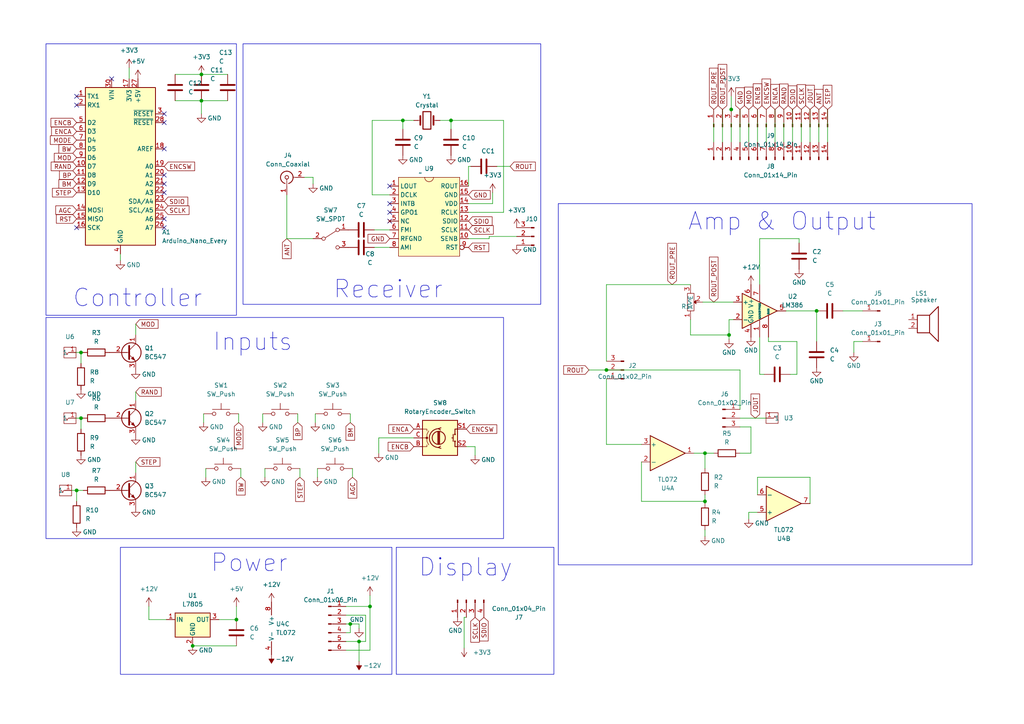
<source format=kicad_sch>
(kicad_sch (version 20230121) (generator eeschema)
  (paper "A4")
  (lib_symbols
    (symbol "Amplifier_Audio:LM386" (pin_names (offset 0.127))
      (property "Reference" "U" (at 1.27 7.62 0))
      (property "Value" "LM386" (at 1.27 5.08 0))
      (symbol "LM386_1_1"
        (pin input line (at 0 -7.62 90) (length 5.08) (name "GAIN") (number "1"))
        (pin input line (at -7.62 -2.54 0) (length 2.54) (name "-") (number "2"))
        (pin input line (at -7.62 2.54 0) (length 2.54) (name "+") (number "3"))
        (pin power_in line (at -2.54 -7.62 90) (length 3.81) (name "GND") (number "4"))
        (pin output line (at 7.62 0 180) (length 2.54) (name "~") (number "5"))
        (pin power_in line (at -2.54 7.62 270) (length 3.81) (name "V+") (number "6"))
        (pin input line (at 0 7.62 270) (length 5.08) (name "BYPASS") (number "7"))
        (pin input line (at 2.54 -7.62 90) (length 6.35) (name "GAIN") (number "8"))
      )
    )
    (symbol "Amplifier_Operational:TL072" (pin_names (offset 0.127))
      (property "Reference" "U" (at 0 5.08 0))
      (property "Value" "TL072" (at 0 -5.08 0))
      (symbol "TL072_1_1"
        (pin output line (at 7.62 0 180) (length 2.54) (name "~") (number "1"))
        (pin input line (at -7.62 -2.54 0) (length 2.54) (name "-") (number "2"))
        (pin input line (at -7.62 2.54 0) (length 2.54) (name "+") (number "3"))
      )
      (symbol "TL072_2_1"
        (pin input line (at -7.62 2.54 0) (length 2.54) (name "+") (number "5"))
        (pin input line (at -7.62 -2.54 0) (length 2.54) (name "-") (number "6"))
        (pin output line (at 7.62 0 180) (length 2.54) (name "~") (number "7"))
      )
      (symbol "TL072_3_1"
        (pin power_in line (at -2.54 -7.62 90) (length 3.81) (name "V-") (number "4"))
        (pin power_in line (at -2.54 7.62 270) (length 3.81) (name "V+") (number "8"))
      )
    )
    (symbol "Connector:Conn_01x01_Pin" (pin_names (offset 1.016) hide)
      (property "Reference" "J" (at 0 2.54 0))
      (property "Value" "Conn_01x01_Pin" (at 0 -2.54 0))
      (symbol "Conn_01x01_Pin_1_1"
        (pin passive line (at 5.08 0 180) (length 3.81) (name "Pin_1") (number "1"))
      )
    )
    (symbol "Connector:Conn_01x03_Pin" (pin_names (offset 1.016) hide)
      (property "Reference" "J" (at 0 5.08 0))
      (property "Value" "Conn_01x03_Pin" (at 0 -5.08 0))
      (symbol "Conn_01x03_Pin_1_1"
        (pin passive line (at 5.08 2.54 180) (length 3.81) (name "Pin_1") (number "1"))
        (pin passive line (at 5.08 0 180) (length 3.81) (name "Pin_2") (number "2"))
        (pin passive line (at 5.08 -2.54 180) (length 3.81) (name "Pin_3") (number "3"))
      )
    )
    (symbol "Connector:Conn_01x04_Pin" (pin_names (offset 1.016) hide)
      (property "Reference" "J" (at 0 5.08 0))
      (property "Value" "Conn_01x04_Pin" (at 0 -7.62 0))
      (symbol "Conn_01x04_Pin_1_1"
        (pin passive line (at 5.08 2.54 180) (length 3.81) (name "Pin_1") (number "1"))
        (pin passive line (at 5.08 0 180) (length 3.81) (name "Pin_2") (number "2"))
        (pin passive line (at 5.08 -2.54 180) (length 3.81) (name "Pin_3") (number "3"))
        (pin passive line (at 5.08 -5.08 180) (length 3.81) (name "Pin_4") (number "4"))
      )
    )
    (symbol "Connector:Conn_01x06_Pin" (pin_names (offset 1.016) hide)
      (property "Reference" "J" (at 0 7.62 0))
      (property "Value" "Conn_01x06_Pin" (at 0 -10.16 0))
      (symbol "Conn_01x06_Pin_1_1"
        (pin passive line (at 5.08 5.08 180) (length 3.81) (name "Pin_1") (number "1"))
        (pin passive line (at 5.08 2.54 180) (length 3.81) (name "Pin_2") (number "2"))
        (pin passive line (at 5.08 0 180) (length 3.81) (name "Pin_3") (number "3"))
        (pin passive line (at 5.08 -2.54 180) (length 3.81) (name "Pin_4") (number "4"))
        (pin passive line (at 5.08 -5.08 180) (length 3.81) (name "Pin_5") (number "5"))
        (pin passive line (at 5.08 -7.62 180) (length 3.81) (name "Pin_6") (number "6"))
      )
    )
    (symbol "Connector:Conn_01x14_Pin" (pin_names (offset 1.016) hide)
      (property "Reference" "J" (at 0 17.78 0))
      (property "Value" "Conn_01x14_Pin" (at 0 -20.32 0))
      (symbol "Conn_01x14_Pin_1_1"
        (pin passive line (at 5.08 15.24 180) (length 3.81) (name "Pin_1") (number "1"))
        (pin passive line (at 5.08 -7.62 180) (length 3.81) (name "Pin_10") (number "10"))
        (pin passive line (at 5.08 -10.16 180) (length 3.81) (name "Pin_11") (number "11"))
        (pin passive line (at 5.08 -12.7 180) (length 3.81) (name "Pin_12") (number "12"))
        (pin passive line (at 5.08 -15.24 180) (length 3.81) (name "Pin_13") (number "13"))
        (pin passive line (at 5.08 -17.78 180) (length 3.81) (name "Pin_14") (number "14"))
        (pin passive line (at 5.08 12.7 180) (length 3.81) (name "Pin_2") (number "2"))
        (pin passive line (at 5.08 10.16 180) (length 3.81) (name "Pin_3") (number "3"))
        (pin passive line (at 5.08 7.62 180) (length 3.81) (name "Pin_4") (number "4"))
        (pin passive line (at 5.08 5.08 180) (length 3.81) (name "Pin_5") (number "5"))
        (pin passive line (at 5.08 2.54 180) (length 3.81) (name "Pin_6") (number "6"))
        (pin passive line (at 5.08 0 180) (length 3.81) (name "Pin_7") (number "7"))
        (pin passive line (at 5.08 -2.54 180) (length 3.81) (name "Pin_8") (number "8"))
        (pin passive line (at 5.08 -5.08 180) (length 3.81) (name "Pin_9") (number "9"))
      )
    )
    (symbol "Connector:Conn_Coaxial" (pin_names (offset 1.016) hide)
      (property "Reference" "J" (at 0.254 3.048 0))
      (property "Value" "Conn_Coaxial" (at 2.921 0 90))
      (symbol "Conn_Coaxial_1_1"
        (pin passive line (at -5.08 0 0) (length 2.54) (name "In") (number "1"))
        (pin passive line (at 0 -5.08 90) (length 2.54) (name "Ext") (number "2"))
      )
    )
    (symbol "Device:C" (pin_numbers hide) (pin_names (offset 0.254))
      (property "Reference" "C" (at 0.635 2.54 0))
      (property "Value" "C" (at 0.635 -2.54 0))
      (symbol "C_1_1"
        (pin passive line (at 0 3.81 270) (length 2.794) (name "~") (number "1"))
        (pin passive line (at 0 -3.81 90) (length 2.794) (name "~") (number "2"))
      )
    )
    (symbol "Device:Crystal" (pin_numbers hide) (pin_names (offset 1.016) hide)
      (property "Reference" "Y" (at 0 3.81 0))
      (property "Value" "Crystal" (at 0 -3.81 0))
      (symbol "Crystal_1_1"
        (pin passive line (at -3.81 0 0) (length 1.27) (name "1") (number "1"))
        (pin passive line (at 3.81 0 180) (length 1.27) (name "2") (number "2"))
      )
    )
    (symbol "Device:R" (pin_numbers hide) (pin_names (offset 0))
      (property "Reference" "R" (at 2.032 0 90))
      (property "Value" "R" (at 0 0 90))
      (symbol "R_1_1"
        (pin passive line (at 0 3.81 270) (length 1.27) (name "~") (number "1"))
        (pin passive line (at 0 -3.81 90) (length 1.27) (name "~") (number "2"))
      )
    )
    (symbol "Device:RotaryEncoder_Switch" (pin_names (offset 0.254) hide)
      (property "Reference" "SW" (at 0 6.604 0))
      (property "Value" "RotaryEncoder_Switch" (at 0 -6.604 0))
      (symbol "RotaryEncoder_Switch_1_1"
        (pin passive line (at -7.62 2.54 0) (length 2.54) (name "A") (number "A"))
        (pin passive line (at -7.62 -2.54 0) (length 2.54) (name "B") (number "B"))
        (pin passive line (at -7.62 0 0) (length 2.54) (name "C") (number "C"))
        (pin passive line (at 7.62 2.54 180) (length 2.54) (name "S1") (number "S1"))
        (pin passive line (at 7.62 -2.54 180) (length 2.54) (name "S2") (number "S2"))
      )
    )
    (symbol "Device:Speaker" (pin_names (offset 0) hide)
      (property "Reference" "LS" (at 1.27 5.715 0))
      (property "Value" "Speaker" (at 1.27 3.81 0))
      (symbol "Speaker_1_1"
        (pin input line (at -5.08 0 0) (length 2.54) (name "1") (number "1"))
        (pin input line (at -5.08 -2.54 0) (length 2.54) (name "2") (number "2"))
      )
    )
    (symbol "HEJ:AlpsPot"
      (property "Reference" "R" (at -2.794 1.27 0))
      (symbol "AlpsPot_1_1"
        (pin passive line (at 0 -5.08 90) (length 2.54) (name "A") (number "1"))
        (pin passive line (at 3.556 0 180) (length 2.54) (name "S") (number "2"))
        (pin passive line (at 0 5.08 270) (length 2.54) (name "E") (number "3"))
      )
    )
    (symbol "HEJ:Aux_flush"
      (property "Reference" "U" (at -0.0508 5.3848 0))
      (symbol "Aux_flush_1_1"
        (pin bidirectional line (at 1.7272 0 180) (length 2) (name "1") (number "1"))
      )
    )
    (symbol "HEJ:SI4732"
      (property "Reference" "U" (at 0 6.35 0))
      (symbol "SI4732_1_1"
        (pin input line (at -11.43 1.27 0) (length 2.54) (name "LOUT") (number "1"))
        (pin input line (at 11.43 -13.97 180) (length 2.54) (name "SENB") (number "10"))
        (pin input line (at 11.43 -11.43 180) (length 2.54) (name "SCLK") (number "11"))
        (pin input line (at 11.43 -8.89 180) (length 2.54) (name "SDIO") (number "12"))
        (pin input line (at 11.43 -6.35 180) (length 2.54) (name "RCLK") (number "13"))
        (pin input line (at 11.43 -3.81 180) (length 2.54) (name "VDD") (number "14"))
        (pin input line (at 11.43 -1.27 180) (length 2.54) (name "GND") (number "15"))
        (pin input line (at 11.43 1.27 180) (length 2.54) (name "ROUT") (number "16"))
        (pin input line (at -11.43 -1.27 0) (length 2.54) (name "DCLK") (number "2"))
        (pin input line (at -11.43 -3.81 0) (length 2.54) (name "INTB") (number "3"))
        (pin input line (at -11.43 -6.35 0) (length 2.54) (name "GPO1") (number "4"))
        (pin no_connect line (at -11.43 -8.89 0) (length 2.54) (name "NC") (number "5"))
        (pin input line (at -11.43 -11.43 0) (length 2.54) (name "FMI") (number "6"))
        (pin input line (at -11.43 -13.97 0) (length 2.54) (name "RFGND") (number "7"))
        (pin input line (at -11.43 -16.51 0) (length 2.54) (name "AMI") (number "8"))
        (pin input inverted (at 11.43 -16.51 180) (length 2.54) (name "RST") (number "9"))
      )
    )
    (symbol "MCU_Module:Arduino_Nano_Every"
      (property "Reference" "A" (at -10.16 23.495 0))
      (property "Value" "Arduino_Nano_Every" (at 5.08 -24.13 0))
      (symbol "Arduino_Nano_Every_1_1"
        (pin bidirectional line (at -12.7 20.32 0) (length 2.54) (name "TX1") (number "1"))
        (pin bidirectional line (at -12.7 0 0) (length 2.54) (name "D7") (number "10"))
        (pin bidirectional line (at -12.7 -2.54 0) (length 2.54) (name "D8") (number "11"))
        (pin bidirectional line (at -12.7 -5.08 0) (length 2.54) (name "D9") (number "12"))
        (pin bidirectional line (at -12.7 -7.62 0) (length 2.54) (name "D10") (number "13"))
        (pin bidirectional line (at -12.7 -12.7 0) (length 2.54) (name "MOSI") (number "14"))
        (pin bidirectional line (at -12.7 -15.24 0) (length 2.54) (name "MISO") (number "15"))
        (pin bidirectional line (at -12.7 -17.78 0) (length 2.54) (name "SCK") (number "16"))
        (pin power_out line (at 2.54 25.4 270) (length 2.54) (name "3V3") (number "17"))
        (pin input line (at 12.7 5.08 180) (length 2.54) (name "AREF") (number "18"))
        (pin bidirectional line (at 12.7 0 180) (length 2.54) (name "A0") (number "19"))
        (pin bidirectional line (at -12.7 17.78 0) (length 2.54) (name "RX1") (number "2"))
        (pin bidirectional line (at 12.7 -2.54 180) (length 2.54) (name "A1") (number "20"))
        (pin bidirectional line (at 12.7 -5.08 180) (length 2.54) (name "A2") (number "21"))
        (pin bidirectional line (at 12.7 -7.62 180) (length 2.54) (name "A3") (number "22"))
        (pin bidirectional line (at 12.7 -10.16 180) (length 2.54) (name "SDA/A4") (number "23"))
        (pin bidirectional line (at 12.7 -12.7 180) (length 2.54) (name "SCL/A5") (number "24"))
        (pin bidirectional line (at 12.7 -15.24 180) (length 2.54) (name "A6") (number "25"))
        (pin bidirectional line (at 12.7 -17.78 180) (length 2.54) (name "A7") (number "26"))
        (pin power_out line (at 5.08 25.4 270) (length 2.54) (name "+5V") (number "27"))
        (pin input line (at 12.7 12.7 180) (length 2.54) (name "~{RESET}") (number "28"))
        (pin passive line (at 0 -25.4 90) (length 2.54) hide (name "GND") (number "29"))
        (pin input line (at 12.7 15.24 180) (length 2.54) (name "~{RESET}") (number "3"))
        (pin power_in line (at -2.54 25.4 270) (length 2.54) (name "VIN") (number "30"))
        (pin power_in line (at 0 -25.4 90) (length 2.54) (name "GND") (number "4"))
        (pin bidirectional line (at -12.7 12.7 0) (length 2.54) (name "D2") (number "5"))
        (pin bidirectional line (at -12.7 10.16 0) (length 2.54) (name "D3") (number "6"))
        (pin bidirectional line (at -12.7 7.62 0) (length 2.54) (name "D4") (number "7"))
        (pin bidirectional line (at -12.7 5.08 0) (length 2.54) (name "D5") (number "8"))
        (pin bidirectional line (at -12.7 2.54 0) (length 2.54) (name "D6") (number "9"))
      )
    )
    (symbol "Regulator_Linear:L7805" (pin_names (offset 0.254))
      (property "Reference" "U" (at -3.81 3.175 0))
      (property "Value" "L7805" (at 0 3.175 0))
      (symbol "L7805_1_1"
        (pin power_in line (at -7.62 0 0) (length 2.54) (name "IN") (number "1"))
        (pin power_in line (at 0 -7.62 90) (length 2.54) (name "GND") (number "2"))
        (pin power_out line (at 7.62 0 180) (length 2.54) (name "OUT") (number "3"))
      )
    )
    (symbol "Switch:SW_Push" (pin_numbers hide) (pin_names (offset 1.016) hide)
      (property "Reference" "SW" (at 1.27 2.54 0))
      (property "Value" "SW_Push" (at 0 -1.524 0))
      (symbol "SW_Push_0_1"
        (pin passive line (at -5.08 0 0) (length 2.54) (name "1") (number "1"))
        (pin passive line (at 5.08 0 180) (length 2.54) (name "2") (number "2"))
      )
    )
    (symbol "Switch:SW_SPDT" (pin_names (offset 0) hide)
      (property "Reference" "SW" (at 0 4.318 0))
      (property "Value" "SW_SPDT" (at 0 -5.08 0))
      (symbol "SW_SPDT_1_1"
        (pin passive line (at 5.08 2.54 180) (length 2.54) (name "A") (number "1"))
        (pin passive line (at -5.08 0 0) (length 2.54) (name "B") (number "2"))
        (pin passive line (at 5.08 -2.54 180) (length 2.54) (name "C") (number "3"))
      )
    )
    (symbol "Transistor_BJT:BC547" (pin_names (offset 0) hide)
      (property "Reference" "Q" (at 5.08 1.905 0))
      (property "Value" "BC547" (at 5.08 0 0))
      (symbol "BC547_1_1"
        (pin passive line (at 2.54 5.08 270) (length 2.54) (name "C") (number "1"))
        (pin input line (at -5.08 0 0) (length 5.08) (name "B") (number "2"))
        (pin passive line (at 2.54 -5.08 90) (length 2.54) (name "E") (number "3"))
      )
    )
    (symbol "power:+12V" (power) (pin_names (offset 0))
      (property "Value" "+12V" (at 0 3.556 0))
      (symbol "+12V_1_1"
        (pin power_in line (at 0 0 90) (length 0) hide (name "+12V") (number "1"))
      )
    )
    (symbol "power:+3V3" (power) (pin_names (offset 0))
      (property "Value" "+3V3" (at 0 3.556 0))
      (symbol "+3V3_1_1"
        (pin power_in line (at 0 0 90) (length 0) hide (name "+3V3") (number "1"))
      )
    )
    (symbol "power:+5V" (power) (pin_names (offset 0))
      (property "Value" "+5V" (at 0 3.556 0))
      (symbol "+5V_1_1"
        (pin power_in line (at 0 0 90) (length 0) hide (name "+5V") (number "1"))
      )
    )
    (symbol "power:-12V" (power) (pin_names (offset 0))
      (property "Value" "-12V" (at 0 3.81 0))
      (symbol "-12V_0_0"
        (pin power_in line (at 0 0 90) (length 0) hide (name "-12V") (number "1"))
      )
    )
    (symbol "power:GND" (power) (pin_names (offset 0))
      (property "Value" "GND" (at 0 -3.81 0))
      (symbol "GND_1_1"
        (pin power_in line (at 0 0 270) (length 0) hide (name "GND") (number "1"))
      )
    )
  )
  (junction (at 101.6 180.975))
  (junction (at 212.09 31.75))
  (junction (at 58.42 21.59))
  (junction (at 211.455 97.155))
  (junction (at 130.81 34.925))
  (junction (at 55.88 187.325))
  (junction (at 104.14 186.055))
  (junction (at 23.495 121.285))
  (junction (at 236.855 90.17))
  (junction (at 22.225 142.24))
  (junction (at 204.47 131.445))
  (junction (at 58.42 29.21))
  (junction (at 23.495 102.235))
  (junction (at 175.895 107.315))
  (junction (at 204.47 145.415))
  (junction (at 68.58 179.705))
  (junction (at 107.315 175.895))
  (junction (at 116.84 34.925))
  (no_connect (at 47.625 33.02))
  (no_connect (at 113.03 61.595))
  (no_connect (at 47.625 53.34))
  (no_connect (at 47.625 63.5))
  (no_connect (at 47.625 50.8))
  (no_connect (at 22.225 66.04))
  (no_connect (at 113.03 64.135))
  (no_connect (at 113.03 53.975))
  (no_connect (at 22.225 30.48))
  (no_connect (at 47.625 35.56))
  (no_connect (at 47.625 43.18))
  (no_connect (at 47.625 66.04))
  (no_connect (at 47.625 55.88))
  (no_connect (at 22.225 27.94))
  (no_connect (at 113.03 59.055))
  (no_connect (at 32.385 22.86))
  (wire (pts (xy 220.345 82.55) (xy 220.345 69.215)))
  (wire (pts (xy 92.075 138.43) (xy 92.075 135.89)))
  (wire (pts (xy 43.18 179.705) (xy 43.18 175.895)))
  (wire (pts (xy 58.42 29.21) (xy 58.42 33.02)))
  (wire (pts (xy 58.42 21.59) (xy 66.04 21.59)))
  (wire (pts (xy 175.895 82.55) (xy 175.895 104.775)))
  (wire (pts (xy 211.455 97.155) (xy 211.455 92.71)))
  (wire (pts (xy 69.85 138.43) (xy 69.85 135.89)))
  (wire (pts (xy 175.895 82.55) (xy 200.279 82.55)))
  (wire (pts (xy 214.63 131.445) (xy 217.805 131.445)))
  (wire (pts (xy 101.6 122.555) (xy 101.6 120.015)))
  (wire (pts (xy 240.03 31.75) (xy 240.03 41.275)))
  (wire (pts (xy 214.63 31.75) (xy 214.63 41.275)))
  (wire (pts (xy 219.71 143.51) (xy 219.71 138.43)))
  (wire (pts (xy 39.37 133.985) (xy 39.37 137.16)))
  (wire (pts (xy 48.26 179.705) (xy 43.18 179.705)))
  (wire (pts (xy 50.8 29.21) (xy 58.42 29.21)))
  (wire (pts (xy 109.855 127) (xy 120.015 127)))
  (wire (pts (xy 20.7772 142.24) (xy 22.225 142.24)))
  (wire (pts (xy 55.88 187.325) (xy 68.58 187.325)))
  (wire (pts (xy 141.8912 68.58) (xy 149.86 68.58)))
  (wire (pts (xy 220.345 97.79) (xy 220.345 108.585)))
  (wire (pts (xy 234.95 138.43) (xy 234.95 146.05)))
  (wire (pts (xy 217.805 123.825) (xy 214.63 123.825)))
  (wire (pts (xy 220.345 69.215) (xy 231.775 69.215)))
  (wire (pts (xy 50.8 21.59) (xy 58.42 21.59)))
  (wire (pts (xy 217.17 148.59) (xy 219.71 148.59)))
  (wire (pts (xy 219.71 31.75) (xy 219.71 41.275)))
  (wire (pts (xy 86.995 138.43) (xy 86.995 135.89)))
  (wire (pts (xy 127.635 34.925) (xy 130.81 34.925)))
  (wire (pts (xy 247.65 99.06) (xy 250.19 99.06)))
  (wire (pts (xy 135.89 69.215) (xy 141.8912 69.215)))
  (wire (pts (xy 231.14 99.06) (xy 231.14 108.585)))
  (wire (pts (xy 214.63 107.315) (xy 214.63 118.745)))
  (wire (pts (xy 91.44 122.555) (xy 91.44 120.015)))
  (wire (pts (xy 108.585 71.755) (xy 113.03 71.755)))
  (wire (pts (xy 142.875 55.88) (xy 142.875 59.055)))
  (wire (pts (xy 217.17 150.495) (xy 217.17 148.59)))
  (wire (pts (xy 113.03 56.515) (xy 107.95 56.515)))
  (wire (pts (xy 104.14 186.055) (xy 104.14 191.77)))
  (wire (pts (xy 137.795 132.08) (xy 137.795 129.54)))
  (wire (pts (xy 222.885 97.79) (xy 222.885 99.06)))
  (wire (pts (xy 109.855 131.445) (xy 109.855 127)))
  (wire (pts (xy 83.185 69.215) (xy 90.805 69.215)))
  (wire (pts (xy 217.17 31.75) (xy 217.17 41.275)))
  (wire (pts (xy 116.84 37.465) (xy 116.84 34.925)))
  (wire (pts (xy 231.775 69.215) (xy 231.775 70.485)))
  (wire (pts (xy 232.41 31.75) (xy 232.41 41.275)))
  (wire (pts (xy 175.895 109.855) (xy 175.895 128.905)))
  (wire (pts (xy 106.045 186.055) (xy 104.14 186.055)))
  (wire (pts (xy 63.5 179.705) (xy 68.58 179.705)))
  (wire (pts (xy 23.495 121.285) (xy 24.13 121.285)))
  (wire (pts (xy 211.455 92.71) (xy 212.725 92.71)))
  (wire (pts (xy 146.05 34.925) (xy 130.81 34.925)))
  (wire (pts (xy 214.63 121.285) (xy 222.1738 121.285)))
  (wire (pts (xy 100.33 183.515) (xy 101.6 183.515)))
  (wire (pts (xy 237.49 31.75) (xy 237.49 41.275)))
  (wire (pts (xy 212.09 27.94) (xy 212.09 31.75)))
  (wire (pts (xy 134.62 179.07) (xy 135.255 179.07)))
  (wire (pts (xy 207.01 131.445) (xy 204.47 131.445)))
  (wire (pts (xy 116.84 34.925) (xy 120.015 34.925)))
  (wire (pts (xy 229.87 31.75) (xy 229.87 41.275)))
  (wire (pts (xy 227.33 31.75) (xy 227.33 41.275)))
  (wire (pts (xy 22.0472 121.285) (xy 23.495 121.285)))
  (wire (pts (xy 101.6 183.515) (xy 101.6 180.975)))
  (wire (pts (xy 76.2 122.555) (xy 76.2 120.015)))
  (wire (pts (xy 76.835 138.43) (xy 76.835 135.89)))
  (wire (pts (xy 104.14 182.245) (xy 104.14 180.975)))
  (wire (pts (xy 107.315 175.895) (xy 107.315 172.72)))
  (wire (pts (xy 59.055 122.555) (xy 59.055 120.015)))
  (wire (pts (xy 100.33 178.435) (xy 106.045 178.435)))
  (wire (pts (xy 100.33 188.595) (xy 107.315 188.595)))
  (wire (pts (xy 59.69 138.43) (xy 59.69 135.89)))
  (wire (pts (xy 22.225 142.24) (xy 24.13 142.24)))
  (wire (pts (xy 142.875 59.055) (xy 135.89 59.055)))
  (wire (pts (xy 217.805 131.445) (xy 217.805 123.825)))
  (wire (pts (xy 22.225 145.415) (xy 22.225 142.24)))
  (wire (pts (xy 108.585 66.675) (xy 113.03 66.675)))
  (wire (pts (xy 90.805 53.34) (xy 90.805 51.435)))
  (wire (pts (xy 86.36 122.555) (xy 86.36 120.015)))
  (wire (pts (xy 107.95 34.925) (xy 116.84 34.925)))
  (wire (pts (xy 137.795 129.54) (xy 135.255 129.54)))
  (wire (pts (xy 100.33 175.895) (xy 107.315 175.895)))
  (wire (pts (xy 204.47 155.575) (xy 204.47 153.67)))
  (wire (pts (xy 130.81 34.925) (xy 130.81 37.465)))
  (wire (pts (xy 227.965 90.17) (xy 236.855 90.17)))
  (wire (pts (xy 69.215 122.555) (xy 69.215 120.015)))
  (wire (pts (xy 234.95 31.75) (xy 234.95 41.275)))
  (wire (pts (xy 58.42 29.21) (xy 66.04 29.21)))
  (wire (pts (xy 107.315 188.595) (xy 107.315 175.895)))
  (wire (pts (xy 23.495 105.41) (xy 23.495 102.235)))
  (wire (pts (xy 186.055 145.415) (xy 204.47 145.415)))
  (wire (pts (xy 175.895 107.315) (xy 214.63 107.315)))
  (wire (pts (xy 224.79 31.75) (xy 224.79 41.275)))
  (wire (pts (xy 23.495 124.46) (xy 23.495 121.285)))
  (wire (pts (xy 102.235 138.43) (xy 102.235 135.89)))
  (wire (pts (xy 211.455 98.425) (xy 211.455 97.155)))
  (wire (pts (xy 23.495 102.235) (xy 24.13 102.235)))
  (wire (pts (xy 39.37 113.665) (xy 39.37 116.205)))
  (wire (pts (xy 135.89 61.595) (xy 146.05 61.595)))
  (wire (pts (xy 204.47 135.89) (xy 204.47 131.445)))
  (wire (pts (xy 175.895 128.905) (xy 186.055 128.905)))
  (wire (pts (xy 170.815 107.315) (xy 175.895 107.315)))
  (wire (pts (xy 37.465 19.685) (xy 37.465 22.86)))
  (wire (pts (xy 135.89 48.26) (xy 136.525 48.26)))
  (wire (pts (xy 207.01 31.75) (xy 207.01 41.275)))
  (wire (pts (xy 231.14 108.585) (xy 229.235 108.585)))
  (wire (pts (xy 236.855 90.17) (xy 236.855 99.06)))
  (wire (pts (xy 141.8912 69.215) (xy 141.8912 68.58)))
  (wire (pts (xy 22.0472 102.235) (xy 23.495 102.235)))
  (wire (pts (xy 135.89 53.975) (xy 135.89 48.26)))
  (wire (pts (xy 83.185 56.515) (xy 83.185 69.215)))
  (wire (pts (xy 34.925 73.66) (xy 34.925 75.565)))
  (wire (pts (xy 222.25 31.75) (xy 222.25 41.275)))
  (wire (pts (xy 106.045 178.435) (xy 106.045 186.055)))
  (wire (pts (xy 144.145 48.26) (xy 147.955 48.26)))
  (wire (pts (xy 204.47 143.51) (xy 204.47 145.415)))
  (wire (pts (xy 244.475 90.17) (xy 250.19 90.17)))
  (wire (pts (xy 247.65 102.235) (xy 247.65 99.06)))
  (wire (pts (xy 101.6 180.975) (xy 104.14 180.975)))
  (wire (pts (xy 134.62 187.96) (xy 134.62 179.07)))
  (wire (pts (xy 146.05 61.595) (xy 146.05 34.925)))
  (wire (pts (xy 201.295 131.445) (xy 204.47 131.445)))
  (wire (pts (xy 220.345 108.585) (xy 221.615 108.585)))
  (wire (pts (xy 104.14 186.055) (xy 100.33 186.055)))
  (wire (pts (xy 101.6 180.975) (xy 100.33 180.975)))
  (wire (pts (xy 212.09 31.75) (xy 212.09 41.275)))
  (wire (pts (xy 204.47 146.05) (xy 204.47 145.415)))
  (wire (pts (xy 222.885 99.06) (xy 231.14 99.06)))
  (wire (pts (xy 186.055 145.415) (xy 186.055 133.985)))
  (wire (pts (xy 219.71 138.43) (xy 234.95 138.43)))
  (wire (pts (xy 90.805 51.435) (xy 88.265 51.435)))
  (wire (pts (xy 68.58 179.705) (xy 68.58 175.895)))
  (wire (pts (xy 211.455 97.155) (xy 200.279 97.155)))
  (wire (pts (xy 209.55 31.75) (xy 209.55 41.275)))
  (wire (pts (xy 107.95 56.515) (xy 107.95 34.925)))
  (wire (pts (xy 39.37 93.98) (xy 39.37 97.155)))
  (wire (pts (xy 200.279 97.155) (xy 200.279 92.71)))
  (wire (pts (xy 203.835 87.63) (xy 212.725 87.63)))
  (rectangle (start 34.925 158.75) (end 113.665 195.58))
  (rectangle (start 13.335 12.7) (end 68.58 91.44))
  (rectangle (start 13.335 92.075) (end 146.05 156.21))
  (rectangle (start 114.935 158.75) (end 160.655 195.58))
  (rectangle (start 161.925 59.055) (end 281.94 163.83))
  (rectangle (start 70.485 12.7) (end 156.845 88.265))
  (text "Amp & Output" (at 199.39 67.31 0) (effects (font (size 5.08 5.08)) (justify left bottom)))
  (text "Controller\n" (at 20.955 89.535 0) (effects (font (size 5.08 5.08)) (justify left bottom)))
  (text "Power\n" (at 60.96 166.37 0) (effects (font (size 5.08 5.08)) (justify left bottom)))
  (text "Display\n" (at 121.285 167.64 0) (effects (font (size 5.08 5.08)) (justify left bottom)))
  (text "Inputs" (at 61.595 102.235 0) (effects (font (size 5.08 5.08)) (justify left bottom)))
  (text "Receiver\n" (at 96.52 86.995 0) (effects (font (size 5.08 5.08)) (justify left bottom)))
  (global_label "AGC" (shape input) (at 102.235 138.43 270) (property "Intersheetrefs" "${INTERSHEET_REFS}" (effects hide)))
  (global_label "MODE" (shape input) (at 69.215 122.555 270) (property "Intersheetrefs" "${INTERSHEET_REFS}" (effects hide)))
  (global_label "MODE" (shape input) (at 22.225 40.64 180) (property "Intersheetrefs" "${INTERSHEET_REFS}" (effects hide)))
  (global_label "ENCA" (shape input) (at 224.79 31.75 90) (property "Intersheetrefs" "${INTERSHEET_REFS}" (effects hide)))
  (global_label "RAND" (shape input) (at 22.225 48.26 180) (property "Intersheetrefs" "${INTERSHEET_REFS}" (effects hide)))
  (global_label "ENCSW" (shape input) (at 47.625 48.26 0) (property "Intersheetrefs" "${INTERSHEET_REFS}" (effects hide)))
  (global_label "ANT" (shape input) (at 83.185 69.215 270) (property "Intersheetrefs" "${INTERSHEET_REFS}" (effects hide)))
  (global_label "SDIO" (shape input) (at 47.625 58.42 0) (property "Intersheetrefs" "${INTERSHEET_REFS}" (effects hide)))
  (global_label "ENCB" (shape input) (at 22.225 35.56 180) (property "Intersheetrefs" "${INTERSHEET_REFS}" (effects hide)))
  (global_label "BW" (shape input) (at 22.225 43.18 180) (property "Intersheetrefs" "${INTERSHEET_REFS}" (effects hide)))
  (global_label "BP" (shape input) (at 22.225 50.8 180) (property "Intersheetrefs" "${INTERSHEET_REFS}" (effects hide)))
  (global_label "RAND" (shape input) (at 39.37 113.665 0) (property "Intersheetrefs" "${INTERSHEET_REFS}" (effects hide)))
  (global_label "ROUT_POST" (shape input) (at 209.55 31.75 90) (property "Intersheetrefs" "${INTERSHEET_REFS}" (effects hide)))
  (global_label "SCLK" (shape input) (at 137.795 179.07 270) (property "Intersheetrefs" "${INTERSHEET_REFS}" (effects hide)))
  (global_label "RST" (shape input) (at 22.225 63.5 180) (property "Intersheetrefs" "${INTERSHEET_REFS}" (effects hide)))
  (global_label "ROUT_PRE" (shape input) (at 207.01 31.75 90) (property "Intersheetrefs" "${INTERSHEET_REFS}" (effects hide)))
  (global_label "MOD" (shape input) (at 22.225 45.72 180) (property "Intersheetrefs" "${INTERSHEET_REFS}" (effects hide)))
  (global_label "SCLK" (shape input) (at 135.89 66.675 0) (property "Intersheetrefs" "${INTERSHEET_REFS}" (effects hide)))
  (global_label "STEP" (shape input) (at 39.37 133.985 0) (property "Intersheetrefs" "${INTERSHEET_REFS}" (effects hide)))
  (global_label "SDIO" (shape input) (at 229.87 31.75 90) (property "Intersheetrefs" "${INTERSHEET_REFS}" (effects hide)))
  (global_label "STEP" (shape input) (at 22.225 55.88 180) (property "Intersheetrefs" "${INTERSHEET_REFS}" (effects hide)))
  (global_label "ENCB" (shape input) (at 219.71 31.75 90) (property "Intersheetrefs" "${INTERSHEET_REFS}" (effects hide)))
  (global_label "ENCSW" (shape input) (at 222.25 31.75 90) (property "Intersheetrefs" "${INTERSHEET_REFS}" (effects hide)))
  (global_label "ENCA" (shape input) (at 120.015 124.46 180) (property "Intersheetrefs" "${INTERSHEET_REFS}" (effects hide)))
  (global_label "JOUT" (shape input) (at 219.075 121.285 90) (property "Intersheetrefs" "${INTERSHEET_REFS}" (effects hide)))
  (global_label "SDIO" (shape input) (at 135.89 64.135 0) (property "Intersheetrefs" "${INTERSHEET_REFS}" (effects hide)))
  (global_label "MOD" (shape input) (at 39.37 93.98 0) (property "Intersheetrefs" "${INTERSHEET_REFS}" (effects hide)))
  (global_label "MOD" (shape input) (at 217.17 31.75 90) (property "Intersheetrefs" "${INTERSHEET_REFS}" (effects hide)))
  (global_label "ENCA" (shape input) (at 22.225 38.1 180) (property "Intersheetrefs" "${INTERSHEET_REFS}" (effects hide)))
  (global_label "BM" (shape input) (at 22.225 53.34 180) (property "Intersheetrefs" "${INTERSHEET_REFS}" (effects hide)))
  (global_label "ANT" (shape input) (at 237.49 31.75 90) (property "Intersheetrefs" "${INTERSHEET_REFS}" (effects hide)))
  (global_label "ROUT_PRE" (shape input) (at 194.945 82.55 90) (property "Intersheetrefs" "${INTERSHEET_REFS}" (effects hide)))
  (global_label "ENCB" (shape input) (at 120.015 129.54 180) (property "Intersheetrefs" "${INTERSHEET_REFS}" (effects hide)))
  (global_label "BM" (shape input) (at 101.6 122.555 270) (property "Intersheetrefs" "${INTERSHEET_REFS}" (effects hide)))
  (global_label "ENCSW" (shape input) (at 135.255 124.46 0) (property "Intersheetrefs" "${INTERSHEET_REFS}" (effects hide)))
  (global_label "SDIO" (shape input) (at 140.335 179.07 270) (property "Intersheetrefs" "${INTERSHEET_REFS}" (effects hide)))
  (global_label "RST" (shape input) (at 135.89 71.755 0) (property "Intersheetrefs" "${INTERSHEET_REFS}" (effects hide)))
  (global_label "STEP" (shape input) (at 86.995 138.43 270) (property "Intersheetrefs" "${INTERSHEET_REFS}" (effects hide)))
  (global_label "RAND" (shape input) (at 227.33 31.75 90) (property "Intersheetrefs" "${INTERSHEET_REFS}" (effects hide)))
  (global_label "SCLK" (shape input) (at 232.41 31.75 90) (property "Intersheetrefs" "${INTERSHEET_REFS}" (effects hide)))
  (global_label "STEP" (shape input) (at 240.03 31.75 90) (property "Intersheetrefs" "${INTERSHEET_REFS}" (effects hide)))
  (global_label "SCLK" (shape input) (at 47.625 60.96 0) (property "Intersheetrefs" "${INTERSHEET_REFS}" (effects hide)))
  (global_label "BW" (shape input) (at 69.85 138.43 270) (property "Intersheetrefs" "${INTERSHEET_REFS}" (effects hide)))
  (global_label "BP" (shape input) (at 86.36 122.555 270) (property "Intersheetrefs" "${INTERSHEET_REFS}" (effects hide)))
  (global_label "GND" (shape input) (at 113.03 69.215 180) (property "Intersheetrefs" "${INTERSHEET_REFS}" (effects hide)))
  (global_label "ROUT" (shape input) (at 170.815 107.315 180) (property "Intersheetrefs" "${INTERSHEET_REFS}" (effects hide)))
  (global_label "AGC" (shape input) (at 22.225 60.96 180) (property "Intersheetrefs" "${INTERSHEET_REFS}" (effects hide)))
  (global_label "GND" (shape input) (at 214.63 31.75 90) (property "Intersheetrefs" "${INTERSHEET_REFS}" (effects hide)))
  (global_label "ROUT_POST" (shape input) (at 207.01 87.63 90) (property "Intersheetrefs" "${INTERSHEET_REFS}" (effects hide)))
  (global_label "ROUT" (shape input) (at 147.955 48.26 0) (property "Intersheetrefs" "${INTERSHEET_REFS}" (effects hide)))
  (global_label "JOUT" (shape input) (at 234.95 31.75 90) (property "Intersheetrefs" "${INTERSHEET_REFS}" (effects hide)))
  (global_label "GND" (shape input) (at 135.89 56.515 0) (property "Intersheetrefs" "${INTERSHEET_REFS}" (effects hide)))
  (symbol (lib_id "HEJ:Aux_flush") (at 19.05 142.24 0) (unit 1)
    (property "Reference" "U8" (at 19.0246 137.668 0))
    (property "Value" "Aux_flush" (effects hide))
    (property "Footprint" "Library:aux_flush" (effects hide))
  )
  (symbol (lib_id "Device:C") (at 236.855 102.87 180) (unit 1)
    (property "Reference" "C4" (at 240.665 101.6 0) (effects (justify right)))
    (property "Value" "C" (at 240.665 104.14 0) (effects (justify right)))
    (property "Footprint" "Capacitor_THT:C_Rect_L9.0mm_W2.5mm_P7.50mm_MKT" (effects hide))
  )
  (symbol (lib_id "Connector:Conn_01x03_Pin") (at 209.55 121.285 0) (unit 1)
    (property "Reference" "J6" (at 210.185 114.3 0))
    (property "Value" "Conn_01x02_Pin" (at 210.185 116.84 0))
    (property "Footprint" "Connector_PinHeader_2.54mm:PinHeader_1x03_P2.54mm_Vertical" (effects hide))
  )
  (symbol (lib_id "power:GND") (at 39.37 107.315 0) (unit 1)
    (property "Reference" "#PWR028" (effects hide))
    (property "Value" "GND" (at 43.18 108.585 0))
  )
  (symbol (lib_id "Amplifier_Operational:TL072") (at 193.675 131.445 0) (unit 1)
    (property "Reference" "U4" (at 193.675 141.605 0))
    (property "Value" "TL072" (at 193.675 139.065 0))
    (property "Footprint" "Package_DIP:DIP-8_W7.62mm" (effects hide))
    (property "Datasheet" "http://www.ti.com/lit/ds/symlink/tl071.pdf" (effects hide))
  )
  (symbol (lib_id "Amplifier_Audio:LM386") (at 220.345 90.17 0) (unit 1)
    (property "Reference" "U2" (at 229.87 85.9791 0))
    (property "Value" "LM386" (at 229.87 88.5191 0))
    (property "Footprint" "Package_DIP:DIP-8_W7.62mm" (effects hide))
    (property "Datasheet" "http://www.ti.com/lit/ds/symlink/lm386.pdf" (effects hide))
  )
  (symbol (lib_id "Connector:Conn_01x14_Pin") (at 222.25 36.83 90) (unit 1)
    (property "Reference" "J9" (at 223.52 39.37 90))
    (property "Value" "Conn_01x14_Pin" (at 223.52 41.91 90))
    (property "Footprint" "Connector_PinSocket_2.54mm:PinSocket_1x14_P2.54mm_Vertical" (effects hide))
  )
  (symbol (lib_id "Device:Crystal") (at 123.825 34.925 0) (unit 1)
    (property "Reference" "Y1" (at 123.825 27.94 0))
    (property "Value" "Crystal" (at 123.825 30.48 0))
    (property "Footprint" "Crystal:Crystal_DS26_D2.0mm_L6.0mm_Vertical" (effects hide))
  )
  (symbol (lib_id "Device:C") (at 130.81 41.275 0) (unit 1)
    (property "Reference" "C10" (at 133.985 40.005 0) (effects (justify left)))
    (property "Value" "C" (at 133.985 42.545 0) (effects (justify left)))
    (property "Footprint" "Capacitor_THT:C_Rect_L9.0mm_W2.5mm_P7.50mm_MKT" (effects hide))
  )
  (symbol (lib_id "power:GND") (at 90.805 53.34 0) (unit 1)
    (property "Reference" "#PWR015" (effects hide))
    (property "Value" "GND" (at 94.615 54.61 0))
  )
  (symbol (lib_id "power:GND") (at 132.715 179.07 0) (unit 1)
    (property "Reference" "#PWR037" (effects hide))
    (property "Value" "GND" (at 132.08 182.88 0))
  )
  (symbol (lib_id "Transistor_BJT:BC547") (at 36.83 121.285 0) (unit 1)
    (property "Reference" "Q2" (at 41.91 120.015 0) (effects (justify left)))
    (property "Value" "BC547" (at 41.91 122.555 0) (effects (justify left)))
    (property "Footprint" "Package_TO_SOT_THT:TO-92_Inline_Wide" (effects hide))
    (property "Datasheet" "https://www.onsemi.com/pub/Collateral/BC550-D.pdf" (effects hide))
  )
  (symbol (lib_id "power:GND") (at 236.855 106.68 0) (unit 1)
    (property "Reference" "#PWR012" (effects hide))
    (property "Value" "GND" (at 236.855 110.49 0))
  )
  (symbol (lib_id "power:GND") (at 104.14 182.245 0) (unit 1)
    (property "Reference" "#PWR034" (effects hide))
    (property "Value" "GND" (at 103.505 179.705 0))
  )
  (symbol (lib_id "power:+12V") (at 107.315 172.72 0) (unit 1)
    (property "Reference" "#PWR032" (effects hide))
    (property "Value" "+12V" (at 107.315 167.64 0))
  )
  (symbol (lib_id "Device:R") (at 210.82 131.445 90) (unit 1)
    (property "Reference" "R5" (at 210.82 125.73 90))
    (property "Value" "R" (at 210.82 128.27 90))
    (property "Footprint" "Resistor_THT:R_Axial_DIN0204_L3.6mm_D1.6mm_P7.62mm_Horizontal" (effects hide))
  )
  (symbol (lib_id "power:GND") (at 137.795 132.08 0) (unit 1)
    (property "Reference" "#PWR026" (effects hide))
    (property "Value" "GND" (at 141.605 133.35 0))
  )
  (symbol (lib_id "Device:C") (at 140.335 48.26 90) (unit 1)
    (property "Reference" "C1" (at 142.24 43.815 90))
    (property "Value" "C" (at 140.335 43.815 90))
    (property "Footprint" "Capacitor_THT:C_Rect_L9.0mm_W2.5mm_P7.50mm_MKT" (effects hide))
  )
  (symbol (lib_id "power:GND") (at 34.925 75.565 0) (unit 1)
    (property "Reference" "#PWR019" (effects hide))
    (property "Value" "GND" (at 38.735 76.835 0))
  )
  (symbol (lib_id "Device:C") (at 66.04 25.4 0) (unit 1)
    (property "Reference" "C13" (at 63.5 15.24 0) (effects (justify left)))
    (property "Value" "C" (at 63.5 17.78 0) (effects (justify left)))
    (property "Footprint" "Capacitor_THT:C_Rect_L7.2mm_W2.5mm_P5.00mm_FKS2_FKP2_MKS2_MKP2" (effects hide))
  )
  (symbol (lib_id "Device:R") (at 22.225 149.225 180) (unit 1)
    (property "Reference" "R10" (at 24.765 147.955 0) (effects (justify right)))
    (property "Value" "R" (at 24.765 150.495 0) (effects (justify right)))
    (property "Footprint" "Resistor_THT:R_Axial_DIN0204_L3.6mm_D1.6mm_P7.62mm_Horizontal" (effects hide))
  )
  (symbol (lib_id "Connector:Conn_01x04_Pin") (at 135.255 173.99 90) (mirror x) (unit 1)
    (property "Reference" "J7" (at 150.495 179.07 90))
    (property "Value" "Conn_01x04_Pin" (at 150.495 176.53 90))
    (property "Footprint" "Connector_PinSocket_2.54mm:PinSocket_1x04_P2.54mm_Vertical" (effects hide))
  )
  (symbol (lib_id "Switch:SW_Push") (at 64.135 120.015 0) (unit 1)
    (property "Reference" "SW1" (at 64.135 111.76 0))
    (property "Value" "SW_Push" (at 64.135 114.3 0))
    (property "Footprint" "Connector_PinSocket_2.54mm:PinSocket_1x02_P2.54mm_Vertical" (effects hide))
  )
  (symbol (lib_id "power:GND") (at 247.65 102.235 0) (unit 1)
    (property "Reference" "#PWR07" (effects hide))
    (property "Value" "GND" (at 247.65 106.045 0))
  )
  (symbol (lib_id "Device:C") (at 68.58 183.515 0) (unit 1)
    (property "Reference" "C6" (at 72.39 182.245 0) (effects (justify left)))
    (property "Value" "C" (at 72.39 184.785 0) (effects (justify left)))
    (property "Footprint" "Capacitor_THT:C_Rect_L9.0mm_W2.5mm_P7.50mm_MKT" (effects hide))
  )
  (symbol (lib_id "power:GND") (at 211.455 98.425 0) (unit 1)
    (property "Reference" "#PWR010" (effects hide))
    (property "Value" "GND" (at 211.455 102.235 0))
  )
  (symbol (lib_id "HEJ:Aux_flush") (at 20.32 102.235 0) (unit 1)
    (property "Reference" "U6" (at 20.2946 97.663 0))
    (property "Value" "Aux_flush" (effects hide))
    (property "Footprint" "Library:aux_flush" (effects hide))
  )
  (symbol (lib_id "HEJ:SI4732") (at 124.46 55.245 0) (unit 1)
    (property "Reference" "U9" (at 124.46 48.895 0))
    (property "Value" "~" (at 121.92 50.165 0))
    (property "Footprint" "Package_SO:SOIC-16_4.55x10.3mm_P1.27mm" (effects hide))
  )
  (symbol (lib_id "Device:C") (at 104.775 71.755 270) (unit 1)
    (property "Reference" "C8" (at 107.315 73.66 90))
    (property "Value" "C" (at 107.315 76.2 90))
    (property "Footprint" "Capacitor_THT:C_Rect_L9.0mm_W2.5mm_P7.50mm_MKT" (effects hide))
  )
  (symbol (lib_id "HEJ:AlpsPot") (at 200.279 87.63 0) (unit 1)
    (property "Reference" "R1" (at 200.279 88.9 0) (effects (justify right)))
    (property "Value" "AlpsPot" (effects hide))
    (property "Footprint" "pretties:AlpsPot" (effects hide))
  )
  (symbol (lib_id "MCU_Module:Arduino_Nano_Every") (at 34.925 48.26 0) (unit 1)
    (property "Reference" "A1" (at 46.99 67.31 0) (effects (justify left)))
    (property "Value" "Arduino_Nano_Every" (at 46.99 69.85 0) (effects (justify left)))
    (property "Footprint" "Module:Arduino_Nano" (effects hide))
    (property "Datasheet" "https://content.arduino.cc/assets/NANOEveryV3.0_sch.pdf" (effects hide))
  )
  (symbol (lib_id "power:+3V3") (at 37.465 19.685 0) (unit 1)
    (property "Reference" "#PWR05" (effects hide))
    (property "Value" "+3V3" (at 37.465 14.605 0))
  )
  (symbol (lib_id "power:GND") (at 23.495 132.08 0) (unit 1)
    (property "Reference" "#PWR040" (effects hide))
    (property "Value" "GND" (at 27.305 133.35 0))
  )
  (symbol (lib_id "Device:Speaker") (at 268.605 92.71 0) (unit 1)
    (property "Reference" "LS1" (at 265.43 85.09 0) (effects (justify left)))
    (property "Value" "Speaker" (at 264.16 86.995 0) (effects (justify left)))
  )
  (symbol (lib_id "Device:R") (at 27.94 142.24 90) (unit 1)
    (property "Reference" "R7" (at 27.94 136.525 90))
    (property "Value" "R" (at 27.94 139.065 90))
    (property "Footprint" "Resistor_THT:R_Axial_DIN0204_L3.6mm_D1.6mm_P7.62mm_Horizontal" (effects hide))
  )
  (symbol (lib_id "Amplifier_Operational:TL072") (at 81.28 182.245 0) (unit 3)
    (property "Reference" "U4" (at 80.01 180.975 0) (effects (justify left)))
    (property "Value" "TL072" (at 80.01 183.515 0) (effects (justify left)))
    (property "Footprint" "Package_DIP:DIP-8_W7.62mm" (effects hide))
    (property "Datasheet" "http://www.ti.com/lit/ds/symlink/tl071.pdf" (effects hide))
  )
  (symbol (lib_id "power:GND") (at 217.805 97.79 0) (unit 1)
    (property "Reference" "#PWR09" (effects hide))
    (property "Value" "GND" (at 217.805 101.6 0))
  )
  (symbol (lib_id "Device:C") (at 116.84 41.275 0) (unit 1)
    (property "Reference" "C9" (at 120.015 40.005 0) (effects (justify left)))
    (property "Value" "C" (at 120.015 42.545 0) (effects (justify left)))
    (property "Footprint" "Capacitor_THT:C_Rect_L9.0mm_W2.5mm_P7.50mm_MKT" (effects hide))
  )
  (symbol (lib_id "power:GND") (at 130.81 45.085 0) (unit 1)
    (property "Reference" "#PWR017" (effects hide))
    (property "Value" "GND" (at 134.62 46.355 0))
  )
  (symbol (lib_id "power:GND") (at 76.2 122.555 0) (unit 1)
    (property "Reference" "#PWR021" (effects hide))
    (property "Value" "GND" (at 80.01 123.825 0))
  )
  (symbol (lib_id "Device:R") (at 27.94 102.235 90) (unit 1)
    (property "Reference" "R3" (at 27.94 96.52 90))
    (property "Value" "R" (at 27.94 99.06 90))
    (property "Footprint" "Resistor_THT:R_Axial_DIN0204_L3.6mm_D1.6mm_P7.62mm_Horizontal" (effects hide))
  )
  (symbol (lib_id "power:GND") (at 59.055 122.555 0) (unit 1)
    (property "Reference" "#PWR020" (effects hide))
    (property "Value" "GND" (at 62.865 123.825 0))
  )
  (symbol (lib_id "Switch:SW_Push") (at 96.52 120.015 0) (unit 1)
    (property "Reference" "SW3" (at 96.52 111.76 0))
    (property "Value" "SW_Push" (at 96.52 114.3 0))
    (property "Footprint" "Connector_PinSocket_2.54mm:PinSocket_1x02_P2.54mm_Vertical" (effects hide))
  )
  (symbol (lib_id "Device:C") (at 50.8 25.4 0) (unit 1)
    (property "Reference" "C12" (at 54.61 24.13 0) (effects (justify left)))
    (property "Value" "C" (at 54.61 26.67 0) (effects (justify left)))
    (property "Footprint" "Capacitor_THT:C_Rect_L9.0mm_W2.5mm_P7.50mm_MKT" (effects hide))
  )
  (symbol (lib_id "Device:C") (at 58.42 25.4 0) (unit 1)
    (property "Reference" "C11" (at 60.96 20.32 0) (effects (justify left)))
    (property "Value" "C" (at 60.96 22.86 0) (effects (justify left)))
    (property "Footprint" "Capacitor_THT:C_Rect_L9.0mm_W2.5mm_P7.50mm_MKT" (effects hide))
  )
  (symbol (lib_id "Connector:Conn_01x03_Pin") (at 154.94 68.58 180) (unit 1)
    (property "Reference" "J10" (at 152.4 63.5 0) (effects (justify right)))
    (property "Value" "Conn_01x02_Pin" (effects hide))
    (property "Footprint" "Connector_PinHeader_2.54mm:PinHeader_1x03_P2.54mm_Vertical" (effects hide))
  )
  (symbol (lib_id "Regulator_Linear:L7805") (at 55.88 179.705 0) (unit 1)
    (property "Reference" "U1" (at 55.88 172.72 0))
    (property "Value" "L7805" (at 55.88 175.26 0))
    (property "Footprint" "Package_TO_SOT_THT:TO-220-3_Vertical" (effects hide))
    (property "Datasheet" "http://www.st.com/content/ccc/resource/technical/document/datasheet/41/4f/b3/b0/12/d4/47/88/CD00000444.pdf/files/CD00000444.pdf/jcr:content/translations/en.CD00000444.pdf" (effects hide))
  )
  (symbol (lib_id "Switch:SW_Push") (at 81.915 135.89 0) (unit 1)
    (property "Reference" "SW5" (at 81.915 127.635 0))
    (property "Value" "SW_Push" (at 81.915 130.175 0))
    (property "Footprint" "Connector_PinSocket_2.54mm:PinSocket_1x02_P2.54mm_Vertical" (effects hide))
  )
  (symbol (lib_id "power:GND") (at 231.775 78.105 0) (unit 1)
    (property "Reference" "#PWR011" (effects hide))
    (property "Value" "GND" (at 231.775 81.915 0))
  )
  (symbol (lib_id "Switch:SW_Push") (at 81.28 120.015 0) (unit 1)
    (property "Reference" "SW2" (at 81.28 111.76 0))
    (property "Value" "SW_Push" (at 81.28 114.3 0))
    (property "Footprint" "Connector_PinSocket_2.54mm:PinSocket_1x02_P2.54mm_Vertical" (effects hide))
  )
  (symbol (lib_id "power:GND") (at 58.42 33.02 0) (unit 1)
    (property "Reference" "#PWR043" (effects hide))
    (property "Value" "GND" (at 62.23 34.29 0))
  )
  (symbol (lib_id "power:GND") (at 22.225 153.035 0) (unit 1)
    (property "Reference" "#PWR041" (effects hide))
    (property "Value" "GND" (at 26.035 154.305 0))
  )
  (symbol (lib_id "Device:R") (at 204.47 139.7 0) (unit 1)
    (property "Reference" "R2" (at 207.01 138.43 0) (effects (justify left)))
    (property "Value" "R" (at 207.01 140.97 0) (effects (justify left)))
    (property "Footprint" "Resistor_THT:R_Axial_DIN0204_L3.6mm_D1.6mm_P7.62mm_Horizontal" (effects hide))
  )
  (symbol (lib_id "power:GND") (at 59.69 138.43 0) (unit 1)
    (property "Reference" "#PWR023" (effects hide))
    (property "Value" "GND" (at 63.5 139.7 0))
  )
  (symbol (lib_id "power:GND") (at 91.44 122.555 0) (unit 1)
    (property "Reference" "#PWR022" (effects hide))
    (property "Value" "GND" (at 95.25 123.825 0))
  )
  (symbol (lib_id "power:+12V") (at 217.805 82.55 0) (unit 1)
    (property "Reference" "#PWR039" (effects hide))
    (property "Value" "+12V" (at 217.805 77.47 0))
  )
  (symbol (lib_id "Device:R") (at 23.495 109.22 180) (unit 1)
    (property "Reference" "R8" (at 26.035 107.95 0) (effects (justify right)))
    (property "Value" "R" (at 26.035 110.49 0) (effects (justify right)))
    (property "Footprint" "Resistor_THT:R_Axial_DIN0204_L3.6mm_D1.6mm_P7.62mm_Horizontal" (effects hide))
  )
  (symbol (lib_id "power:GND") (at 76.835 138.43 0) (unit 1)
    (property "Reference" "#PWR024" (effects hide))
    (property "Value" "GND" (at 80.645 139.7 0))
  )
  (symbol (lib_id "power:-12V") (at 104.14 191.77 180) (unit 1)
    (property "Reference" "#PWR033" (effects hide))
    (property "Value" "-12V" (at 107.95 193.04 0))
  )
  (symbol (lib_id "power:GND") (at 149.86 71.12 0) (unit 1)
    (property "Reference" "#PWR044" (effects hide))
    (property "Value" "GND" (at 153.67 72.39 0))
  )
  (symbol (lib_id "power:GND") (at 92.075 138.43 0) (unit 1)
    (property "Reference" "#PWR025" (effects hide))
    (property "Value" "GND" (at 95.885 139.7 0))
  )
  (symbol (lib_id "power:+12V") (at 78.74 174.625 0) (unit 1)
    (property "Reference" "#PWR031" (effects hide))
    (property "Value" "+12V" (at 78.74 169.545 0))
  )
  (symbol (lib_id "Device:C") (at 240.665 90.17 270) (unit 1)
    (property "Reference" "C5" (at 240.665 82.55 90))
    (property "Value" "C" (at 240.665 85.09 90))
    (property "Footprint" "Capacitor_THT:C_Rect_L9.0mm_W2.5mm_P7.50mm_MKT" (effects hide))
  )
  (symbol (lib_id "Device:C") (at 225.425 108.585 270) (unit 1)
    (property "Reference" "C3" (at 225.425 100.965 90))
    (property "Value" "C" (at 225.425 103.505 90))
    (property "Footprint" "Capacitor_THT:C_Rect_L9.0mm_W2.5mm_P7.50mm_MKT" (effects hide))
  )
  (symbol (lib_id "Switch:SW_SPDT") (at 95.885 69.215 0) (unit 1)
    (property "Reference" "SW7" (at 95.885 60.96 0))
    (property "Value" "SW_SPDT" (at 95.885 63.5 0))
    (property "Footprint" "Connector_PinHeader_2.54mm:PinHeader_1x03_P2.54mm_Vertical" (effects hide))
  )
  (symbol (lib_id "power:+12V") (at 43.18 175.895 0) (unit 1)
    (property "Reference" "#PWR02" (effects hide))
    (property "Value" "+12V" (at 43.18 170.815 0))
  )
  (symbol (lib_id "HEJ:Aux_flush") (at 20.32 121.285 0) (unit 1)
    (property "Reference" "U7" (at 20.2946 116.713 0))
    (property "Value" "Aux_flush" (effects hide))
    (property "Footprint" "Library:aux_flush" (effects hide))
  )
  (symbol (lib_id "Device:R") (at 204.47 149.86 0) (unit 1)
    (property "Reference" "R4" (at 206.375 148.59 0) (effects (justify left)))
    (property "Value" "R" (at 206.375 151.13 0) (effects (justify left)))
    (property "Footprint" "Resistor_THT:R_Axial_DIN0204_L3.6mm_D1.6mm_P7.62mm_Horizontal" (effects hide))
  )
  (symbol (lib_id "power:+5V") (at 40.005 22.86 0) (unit 1)
    (property "Reference" "#PWR014" (effects hide))
    (property "Value" "+5V" (at 40.005 17.78 0))
  )
  (symbol (lib_id "Connector:Conn_01x14_Pin") (at 222.25 46.355 90) (unit 1)
    (property "Reference" "J8" (at 223.52 48.26 90))
    (property "Value" "Conn_01x14_Pin" (at 223.52 50.8 90))
    (property "Footprint" "Connector_PinHeader_2.54mm:PinHeader_1x14_P2.54mm_Vertical" (effects hide))
  )
  (symbol (lib_id "power:+3V3") (at 58.42 21.59 0) (unit 1)
    (property "Reference" "#PWR042" (effects hide))
    (property "Value" "+3V3" (at 58.42 16.51 0))
  )
  (symbol (lib_id "power:GND") (at 55.88 187.325 0) (unit 1)
    (property "Reference" "#PWR03" (effects hide))
    (property "Value" "GND" (at 59.69 188.595 0))
  )
  (symbol (lib_id "power:GND") (at 116.84 45.085 0) (unit 1)
    (property "Reference" "#PWR016" (effects hide))
    (property "Value" "GND" (at 120.65 46.355 0))
  )
  (symbol (lib_id "power:GND") (at 204.47 155.575 0) (unit 1)
    (property "Reference" "#PWR013" (effects hide))
    (property "Value" "GND" (at 208.28 156.845 0))
  )
  (symbol (lib_id "Amplifier_Operational:TL072") (at 227.33 146.05 0) (mirror x) (unit 2)
    (property "Reference" "U4" (at 227.33 156.21 0))
    (property "Value" "TL072" (at 227.33 153.67 0))
    (property "Footprint" "Package_DIP:DIP-8_W7.62mm" (effects hide))
    (property "Datasheet" "http://www.ti.com/lit/ds/symlink/tl071.pdf" (effects hide))
  )
  (symbol (lib_id "HEJ:Aux_flush") (at 223.901 121.285 180) (unit 1)
    (property "Reference" "U3" (at 227.33 121.2596 0) (effects (justify right)))
    (property "Value" "Aux_flush" (effects hide))
    (property "Footprint" "Library:aux_flush" (effects hide))
  )
  (symbol (lib_id "power:GND") (at 23.495 113.03 0) (unit 1)
    (property "Reference" "#PWR08" (effects hide))
    (property "Value" "GND" (at 27.305 114.3 0))
  )
  (symbol (lib_id "Device:R") (at 23.495 128.27 180) (unit 1)
    (property "Reference" "R9" (at 26.035 127 0) (effects (justify right)))
    (property "Value" "R" (at 26.035 129.54 0) (effects (justify right)))
    (property "Footprint" "Resistor_THT:R_Axial_DIN0204_L3.6mm_D1.6mm_P7.62mm_Horizontal" (effects hide))
  )
  (symbol (lib_id "power:+3V3") (at 134.62 187.96 180) (unit 1)
    (property "Reference" "#PWR036" (effects hide))
    (property "Value" "+3V3" (at 137.16 189.23 0) (effects (justify right)))
  )
  (symbol (lib_id "Connector:Conn_01x01_Pin") (at 255.27 99.06 180) (unit 1)
    (property "Reference" "J3" (at 254.635 93.98 0))
    (property "Value" "Conn_01x01_Pin" (at 254.635 96.52 0))
    (property "Footprint" "Connector_PinSocket_2.54mm:PinSocket_1x01_P2.54mm_Vertical" (effects hide))
  )
  (symbol (lib_id "power:GND") (at 39.37 147.32 0) (unit 1)
    (property "Reference" "#PWR030" (effects hide))
    (property "Value" "GND" (at 43.18 148.59 0))
  )
  (symbol (lib_id "power:+3V3") (at 149.86 66.04 0) (unit 1)
    (property "Reference" "#PWR018" (effects hide))
    (property "Value" "+3V3" (at 149.86 60.96 0))
  )
  (symbol (lib_id "Connector:Conn_01x01_Pin") (at 255.27 90.17 180) (unit 1)
    (property "Reference" "J5" (at 254.635 85.09 0))
    (property "Value" "Conn_01x01_Pin" (at 254.635 87.63 0))
    (property "Footprint" "Connector_PinSocket_2.54mm:PinSocket_1x01_P2.54mm_Vertical" (effects hide))
  )
  (symbol (lib_id "Transistor_BJT:BC547") (at 36.83 102.235 0) (unit 1)
    (property "Reference" "Q1" (at 41.91 100.965 0) (effects (justify left)))
    (property "Value" "BC547" (at 41.91 103.505 0) (effects (justify left)))
    (property "Footprint" "Package_TO_SOT_THT:TO-92_Inline_Wide" (effects hide))
    (property "Datasheet" "https://www.onsemi.com/pub/Collateral/BC550-D.pdf" (effects hide))
  )
  (symbol (lib_id "power:GND") (at 39.37 126.365 0) (unit 1)
    (property "Reference" "#PWR029" (effects hide))
    (property "Value" "GND" (at 43.18 127.635 0))
  )
  (symbol (lib_id "Transistor_BJT:BC547") (at 36.83 142.24 0) (unit 1)
    (property "Reference" "Q3" (at 41.91 140.97 0) (effects (justify left)))
    (property "Value" "BC547" (at 41.91 143.51 0) (effects (justify left)))
    (property "Footprint" "Package_TO_SOT_THT:TO-92_Inline_Wide" (effects hide))
    (property "Datasheet" "https://www.onsemi.com/pub/Collateral/BC550-D.pdf" (effects hide))
  )
  (symbol (lib_id "power:GND") (at 217.17 150.495 0) (unit 1)
    (property "Reference" "#PWR035" (effects hide))
    (property "Value" "GND" (at 220.98 151.765 0))
  )
  (symbol (lib_id "Device:R") (at 27.94 121.285 90) (unit 1)
    (property "Reference" "R6" (at 27.94 115.57 90))
    (property "Value" "R" (at 27.94 118.11 90))
    (property "Footprint" "Resistor_THT:R_Axial_DIN0204_L3.6mm_D1.6mm_P7.62mm_Horizontal" (effects hide))
  )
  (symbol (lib_id "Device:C") (at 104.775 66.675 270) (unit 1)
    (property "Reference" "C7" (at 104.775 59.69 90))
    (property "Value" "C" (at 104.775 62.23 90))
    (property "Footprint" "Capacitor_THT:C_Rect_L9.0mm_W2.5mm_P7.50mm_MKT" (effects hide))
  )
  (symbol (lib_id "Switch:SW_Push") (at 64.77 135.89 0) (unit 1)
    (property "Reference" "SW4" (at 64.77 127.635 0))
    (property "Value" "SW_Push" (at 64.77 130.175 0))
    (property "Footprint" "Connector_PinSocket_2.54mm:PinSocket_1x02_P2.54mm_Vertical" (effects hide))
  )
  (symbol (lib_id "power:GND") (at 109.855 131.445 0) (unit 1)
    (property "Reference" "#PWR027" (effects hide))
    (property "Value" "GND" (at 113.665 132.715 0))
  )
  (symbol (lib_id "Switch:SW_Push") (at 97.155 135.89 0) (unit 1)
    (property "Reference" "SW6" (at 97.155 127.635 0))
    (property "Value" "SW_Push" (at 97.155 130.175 0))
    (property "Footprint" "Connector_PinSocket_2.54mm:PinSocket_1x02_P2.54mm_Vertical" (effects hide))
  )
  (symbol (lib_id "power:+3V3") (at 142.875 55.88 0) (unit 1)
    (property "Reference" "#PWR06" (effects hide))
    (property "Value" "+3V3" (at 142.875 50.8 0))
  )
  (symbol (lib_id "Device:RotaryEncoder_Switch") (at 127.635 127 0) (unit 1)
    (property "Reference" "SW8" (at 127.635 116.84 0))
    (property "Value" "RotaryEncoder_Switch" (at 127.635 119.38 0))
    (property "Footprint" "Rotary_Encoder:RotaryEncoder_Alps_EC11E-Switch_Vertical_H20mm" (effects hide))
  )
  (symbol (lib_id "power:+3V3") (at 212.09 27.94 0) (unit 1)
    (property "Reference" "#PWR038" (effects hide))
    (property "Value" "+3V3" (at 212.09 22.86 0))
  )
  (symbol (lib_id "power:+5V") (at 68.58 175.895 0) (unit 1)
    (property "Reference" "#PWR04" (effects hide))
    (property "Value" "+5V" (at 68.58 170.815 0))
  )
  (symbol (lib_id "Connector:Conn_01x06_Pin") (at 95.25 180.975 0) (unit 1)
    (property "Reference" "J1" (at 95.885 171.45 0))
    (property "Value" "Conn_01x06_Pin" (at 95.885 173.99 0))
    (property "Footprint" "Connector_PinHeader_2.54mm:PinHeader_1x06_P2.54mm_Vertical" (effects hide))
  )
  (symbol (lib_id "power:-12V") (at 78.74 189.865 180) (unit 1)
    (property "Reference" "#PWR01" (effects hide))
    (property "Value" "-12V" (at 82.55 191.135 0))
  )
  (symbol (lib_id "Connector:Conn_01x03_Pin") (at 180.975 107.315 180) (unit 1)
    (property "Reference" "J2" (at 182.245 106.045 0) (effects (justify right)))
    (property "Value" "Conn_01x02_Pin" (at 173.355 109.22 0) (effects (justify right)))
    (property "Footprint" "Connector_PinHeader_2.54mm:PinHeader_1x03_P2.54mm_Vertical" (effects hide))
  )
  (symbol (lib_id "Connector:Conn_Coaxial") (at 83.185 51.435 90) (unit 1)
    (property "Reference" "J4" (at 83.4782 45.085 90))
    (property "Value" "Conn_Coaxial" (at 83.4782 47.625 90))
    (property "Footprint" "Connector_Coaxial:BNC_TEConnectivity_1478035_Horizontal" (effects hide))
    (property "Datasheet" " ~" (effects hide))
  )
  (symbol (lib_id "Device:C") (at 231.775 74.295 180) (unit 1)
    (property "Reference" "C2" (at 235.585 73.025 0) (effects (justify right)))
    (property "Value" "C" (at 235.585 75.565 0) (effects (justify right)))
    (property "Footprint" "Capacitor_THT:C_Rect_L9.0mm_W2.5mm_P7.50mm_MKT" (effects hide))
  )
)
</source>
